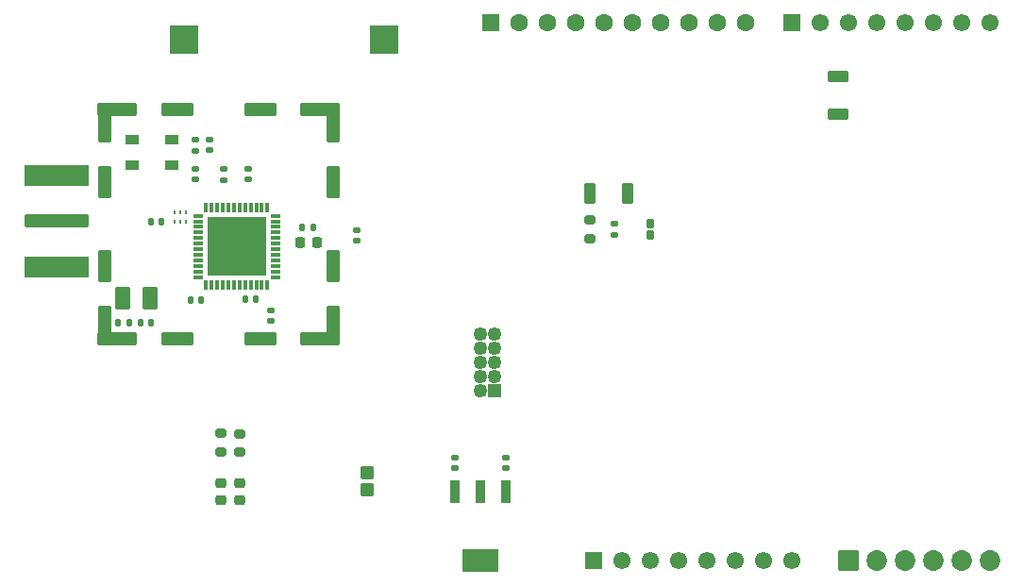
<source format=gbr>
%TF.GenerationSoftware,KiCad,Pcbnew,7.0.10*%
%TF.CreationDate,2024-05-16T11:59:50+01:00*%
%TF.ProjectId,RF_Race_Car,52465f52-6163-4655-9f43-61722e6b6963,rev?*%
%TF.SameCoordinates,Original*%
%TF.FileFunction,Soldermask,Top*%
%TF.FilePolarity,Negative*%
%FSLAX46Y46*%
G04 Gerber Fmt 4.6, Leading zero omitted, Abs format (unit mm)*
G04 Created by KiCad (PCBNEW 7.0.10) date 2024-05-16 11:59:50*
%MOMM*%
%LPD*%
G01*
G04 APERTURE LIST*
G04 Aperture macros list*
%AMRoundRect*
0 Rectangle with rounded corners*
0 $1 Rounding radius*
0 $2 $3 $4 $5 $6 $7 $8 $9 X,Y pos of 4 corners*
0 Add a 4 corners polygon primitive as box body*
4,1,4,$2,$3,$4,$5,$6,$7,$8,$9,$2,$3,0*
0 Add four circle primitives for the rounded corners*
1,1,$1+$1,$2,$3*
1,1,$1+$1,$4,$5*
1,1,$1+$1,$6,$7*
1,1,$1+$1,$8,$9*
0 Add four rect primitives between the rounded corners*
20,1,$1+$1,$2,$3,$4,$5,0*
20,1,$1+$1,$4,$5,$6,$7,0*
20,1,$1+$1,$6,$7,$8,$9,0*
20,1,$1+$1,$8,$9,$2,$3,0*%
G04 Aperture macros list end*
%ADD10RoundRect,0.140000X0.140000X0.170000X-0.140000X0.170000X-0.140000X-0.170000X0.140000X-0.170000X0*%
%ADD11RoundRect,0.140000X-0.170000X0.140000X-0.170000X-0.140000X0.170000X-0.140000X0.170000X0.140000X0*%
%ADD12RoundRect,0.200000X0.275000X-0.200000X0.275000X0.200000X-0.275000X0.200000X-0.275000X-0.200000X0*%
%ADD13RoundRect,0.140000X0.170000X-0.140000X0.170000X0.140000X-0.170000X0.140000X-0.170000X-0.140000X0*%
%ADD14RoundRect,0.200000X-0.275000X0.200000X-0.275000X-0.200000X0.275000X-0.200000X0.275000X0.200000X0*%
%ADD15RoundRect,0.218750X-0.218750X-0.256250X0.218750X-0.256250X0.218750X0.256250X-0.218750X0.256250X0*%
%ADD16RoundRect,0.102000X-0.675000X-0.675000X0.675000X-0.675000X0.675000X0.675000X-0.675000X0.675000X0*%
%ADD17C,1.554000*%
%ADD18R,0.900000X0.300000*%
%ADD19R,0.300000X0.900000*%
%ADD20R,5.250000X5.250000*%
%ADD21RoundRect,0.102000X0.400000X-0.850000X0.400000X0.850000X-0.400000X0.850000X-0.400000X-0.850000X0*%
%ADD22R,0.901600X2.066000*%
%ADD23R,3.201599X2.066000*%
%ADD24RoundRect,0.140000X-0.140000X-0.170000X0.140000X-0.170000X0.140000X0.170000X-0.140000X0.170000X0*%
%ADD25R,2.500000X2.500000*%
%ADD26RoundRect,0.102000X-0.699000X-0.699000X0.699000X-0.699000X0.699000X0.699000X-0.699000X0.699000X0*%
%ADD27C,1.602000*%
%ADD28RoundRect,0.102000X0.525000X-0.525000X0.525000X0.525000X-0.525000X0.525000X-0.525000X-0.525000X0*%
%ADD29C,1.254000*%
%ADD30RoundRect,0.102000X0.485000X-0.500000X0.485000X0.500000X-0.485000X0.500000X-0.485000X-0.500000X0*%
%ADD31RoundRect,0.102000X0.850000X0.400000X-0.850000X0.400000X-0.850000X-0.400000X0.850000X-0.400000X0*%
%ADD32RoundRect,0.102000X1.300000X0.500000X-1.300000X0.500000X-1.300000X-0.500000X1.300000X-0.500000X0*%
%ADD33RoundRect,0.102000X1.650000X0.500000X-1.650000X0.500000X-1.650000X-0.500000X1.650000X-0.500000X0*%
%ADD34RoundRect,0.102000X0.500000X-1.650000X0.500000X1.650000X-0.500000X1.650000X-0.500000X-1.650000X0*%
%ADD35RoundRect,0.102000X0.500000X-1.300000X0.500000X1.300000X-0.500000X1.300000X-0.500000X-1.300000X0*%
%ADD36RoundRect,0.218750X0.256250X-0.218750X0.256250X0.218750X-0.256250X0.218750X-0.256250X-0.218750X0*%
%ADD37R,1.244600X0.889000*%
%ADD38RoundRect,0.102000X-0.250000X0.300000X-0.250000X-0.300000X0.250000X-0.300000X0.250000X0.300000X0*%
%ADD39RoundRect,0.102000X-0.825000X-0.825000X0.825000X-0.825000X0.825000X0.825000X-0.825000X0.825000X0*%
%ADD40C,1.854000*%
%ADD41RoundRect,0.102000X2.800000X0.450000X-2.800000X0.450000X-2.800000X-0.450000X2.800000X-0.450000X0*%
%ADD42RoundRect,0.102000X2.800000X0.825000X-2.800000X0.825000X-2.800000X-0.825000X2.800000X-0.825000X0*%
%ADD43RoundRect,0.102000X-0.550000X-0.950000X0.550000X-0.950000X0.550000X0.950000X-0.550000X0.950000X0*%
%ADD44R,0.254000X0.457200*%
G04 APERTURE END LIST*
D10*
%TO.C,C4*%
X115930000Y-89700000D03*
X114970000Y-89700000D03*
%TD*%
D11*
%TO.C,C3*%
X122200000Y-90570000D03*
X122200000Y-91530000D03*
%TD*%
D12*
%TO.C,R1*%
X150747336Y-84153167D03*
X150747336Y-82503167D03*
%TD*%
D11*
%TO.C,C14*%
X116620898Y-75272868D03*
X116620898Y-76232868D03*
%TD*%
D13*
%TO.C,C15*%
X143264252Y-104736943D03*
X143264252Y-103776943D03*
%TD*%
D14*
%TO.C,R3*%
X119400000Y-101660000D03*
X119400000Y-103310000D03*
%TD*%
D15*
%TO.C,L1*%
X124772275Y-84490250D03*
X126347275Y-84490250D03*
%TD*%
D16*
%TO.C,J5*%
X168910000Y-64770000D03*
D17*
X171450000Y-64770000D03*
X173990000Y-64770000D03*
X176530000Y-64770000D03*
X179070000Y-64770000D03*
X181610000Y-64770000D03*
X184150000Y-64770000D03*
X186690000Y-64770000D03*
%TD*%
D18*
%TO.C,IC1*%
X115650000Y-82100000D03*
X115650000Y-82600000D03*
X115650000Y-83100000D03*
X115650000Y-83600000D03*
X115650000Y-84100000D03*
X115650000Y-84600000D03*
X115650000Y-85100000D03*
X115650000Y-85600000D03*
X115650000Y-86100000D03*
X115650000Y-86600000D03*
X115650000Y-87100000D03*
X115650000Y-87600000D03*
D19*
X116350000Y-88300000D03*
X116850000Y-88300000D03*
X117350000Y-88300000D03*
X117850000Y-88300000D03*
X118350000Y-88300000D03*
X118850000Y-88300000D03*
X119350000Y-88300000D03*
X119850000Y-88300000D03*
X120350000Y-88300000D03*
X120850000Y-88300000D03*
X121350000Y-88300000D03*
X121850000Y-88300000D03*
D18*
X122550000Y-87600000D03*
X122550000Y-87100000D03*
X122550000Y-86600000D03*
X122550000Y-86100000D03*
X122550000Y-85600000D03*
X122550000Y-85100000D03*
X122550000Y-84600000D03*
X122550000Y-84100000D03*
X122550000Y-83600000D03*
X122550000Y-83100000D03*
X122550000Y-82600000D03*
X122550000Y-82100000D03*
D19*
X121850000Y-81400000D03*
X121350000Y-81400000D03*
X120850000Y-81400000D03*
X120350000Y-81400000D03*
X119850000Y-81400000D03*
X119350000Y-81400000D03*
X118850000Y-81400000D03*
X118350000Y-81400000D03*
X117850000Y-81400000D03*
X117350000Y-81400000D03*
X116850000Y-81400000D03*
X116350000Y-81400000D03*
D20*
X119100000Y-84850000D03*
%TD*%
D13*
%TO.C,C10*%
X117900000Y-78880000D03*
X117900000Y-77920000D03*
%TD*%
D21*
%TO.C,S1*%
X150752171Y-80080549D03*
X154152171Y-80080549D03*
%TD*%
D10*
%TO.C,C2*%
X111400000Y-91700000D03*
X110440000Y-91700000D03*
%TD*%
D22*
%TO.C,U1*%
X143270000Y-106878400D03*
X140970000Y-106878400D03*
X138670000Y-106878400D03*
D23*
X140970000Y-113030000D03*
%TD*%
D24*
%TO.C,C8*%
X111382165Y-82616583D03*
X112342165Y-82616583D03*
%TD*%
D25*
%TO.C,TP1*%
X132300000Y-66300000D03*
%TD*%
D16*
%TO.C,J3*%
X151130000Y-113030000D03*
D17*
X153670000Y-113030000D03*
X156210000Y-113030000D03*
X158750000Y-113030000D03*
X161290000Y-113030000D03*
X163830000Y-113030000D03*
X166370000Y-113030000D03*
X168910000Y-113030000D03*
%TD*%
D24*
%TO.C,C6*%
X124993153Y-83134516D03*
X125953153Y-83134516D03*
%TD*%
D13*
%TO.C,C7*%
X120150000Y-78860000D03*
X120150000Y-77900000D03*
%TD*%
D26*
%TO.C,J4*%
X141888505Y-64770000D03*
D27*
X144428505Y-64770000D03*
X146968505Y-64770000D03*
X149508505Y-64770000D03*
X152048505Y-64770000D03*
X154588505Y-64770000D03*
X157128505Y-64770000D03*
X159668505Y-64770000D03*
X162208505Y-64770000D03*
X164748505Y-64770000D03*
%TD*%
D28*
%TO.C,J2*%
X142240000Y-97790000D03*
D29*
X140970000Y-97790000D03*
X142240000Y-96520000D03*
X140970000Y-96520000D03*
X142240000Y-95250000D03*
X140970000Y-95250000D03*
X142240000Y-93980000D03*
X140970000Y-93980000D03*
X142240000Y-92710000D03*
X140970000Y-92710000D03*
%TD*%
D30*
%TO.C,FL1*%
X130770000Y-106665000D03*
X130770000Y-105195000D03*
%TD*%
D10*
%TO.C,C5*%
X120810000Y-89600000D03*
X119850000Y-89600000D03*
%TD*%
D25*
%TO.C,TP2*%
X114352326Y-66291166D03*
%TD*%
D31*
%TO.C,S2*%
X173066025Y-72990187D03*
X173066025Y-69590187D03*
%TD*%
D32*
%TO.C,*%
X113750000Y-93100000D03*
X121250000Y-93100000D03*
D33*
X126600000Y-93100000D03*
D34*
X127750000Y-91950000D03*
D35*
X127750000Y-86600000D03*
X127750000Y-79100000D03*
D34*
X127750000Y-73750000D03*
D33*
X126600000Y-72600000D03*
D32*
X121250000Y-72600000D03*
X113750000Y-72600000D03*
D33*
X108400000Y-72600000D03*
D34*
X107250000Y-73750000D03*
D35*
X107250000Y-79100000D03*
X107250000Y-86600000D03*
D34*
X107250000Y-91950000D03*
D33*
X108400000Y-93100000D03*
%TD*%
D13*
%TO.C,C11*%
X115400000Y-78860000D03*
X115400000Y-77900000D03*
%TD*%
D24*
%TO.C,C1*%
X108476064Y-91672773D03*
X109436064Y-91672773D03*
%TD*%
D36*
%TO.C,D3*%
X119380000Y-107650000D03*
X119380000Y-106075000D03*
%TD*%
D37*
%TO.C,Y1*%
X113291944Y-77572294D03*
X109685144Y-77572294D03*
X109685144Y-75272294D03*
X113291944Y-75272294D03*
%TD*%
D11*
%TO.C,C13*%
X115363319Y-75283093D03*
X115363319Y-76243093D03*
%TD*%
D13*
%TO.C,C9*%
X129850045Y-84362577D03*
X129850045Y-83402577D03*
%TD*%
D36*
%TO.C,D2*%
X117692524Y-107644544D03*
X117692524Y-106069544D03*
%TD*%
D38*
%TO.C,D1*%
X156210000Y-82820000D03*
X156210000Y-83820000D03*
%TD*%
D39*
%TO.C,J7*%
X173950000Y-113050000D03*
D40*
X176490000Y-113050000D03*
X179030000Y-113050000D03*
X181570000Y-113050000D03*
X184110000Y-113050000D03*
X186650000Y-113050000D03*
%TD*%
D41*
%TO.C,J1*%
X102950000Y-82575000D03*
D42*
X102950000Y-86700000D03*
X102950000Y-78450000D03*
%TD*%
D13*
%TO.C,C16*%
X138655444Y-104736943D03*
X138655444Y-103776943D03*
%TD*%
D43*
%TO.C,Y2*%
X108825586Y-89455584D03*
X111325586Y-89455584D03*
%TD*%
D44*
%TO.C,U2*%
X113524000Y-82648200D03*
X114032000Y-82648200D03*
X114540000Y-82648200D03*
X114540000Y-81810000D03*
X114032000Y-81810000D03*
X113524000Y-81810000D03*
%TD*%
D11*
%TO.C,C12*%
X152938726Y-82820159D03*
X152938726Y-83780159D03*
%TD*%
D14*
%TO.C,R2*%
X117700948Y-101634031D03*
X117700948Y-103284031D03*
%TD*%
M02*

</source>
